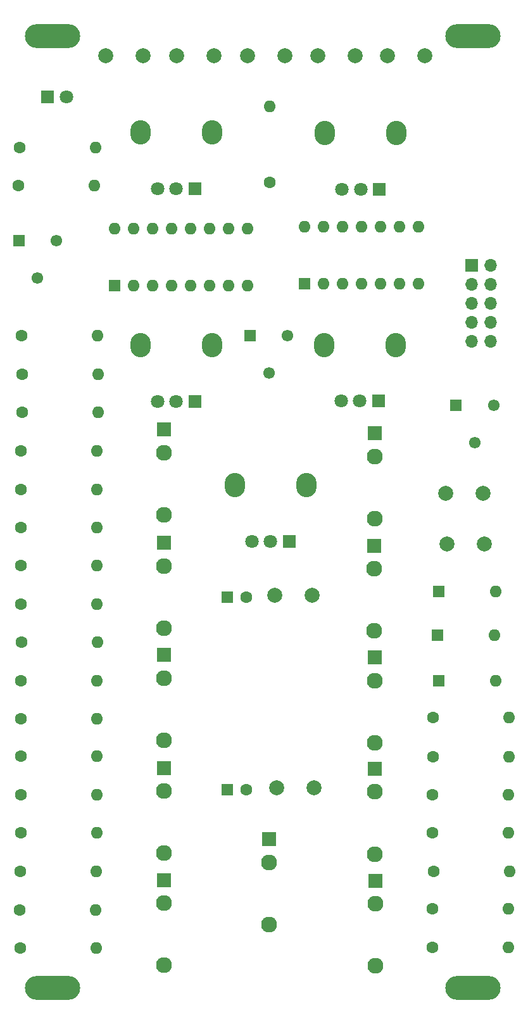
<source format=gbr>
%TF.GenerationSoftware,KiCad,Pcbnew,5.1.7*%
%TF.CreationDate,2020-11-08T18:51:04+01:00*%
%TF.ProjectId,AS3340-VCO,41533333-3430-42d5-9643-4f2e6b696361,rev?*%
%TF.SameCoordinates,Original*%
%TF.FileFunction,Soldermask,Bot*%
%TF.FilePolarity,Negative*%
%FSLAX46Y46*%
G04 Gerber Fmt 4.6, Leading zero omitted, Abs format (unit mm)*
G04 Created by KiCad (PCBNEW 5.1.7) date 2020-11-08 18:51:04*
%MOMM*%
%LPD*%
G01*
G04 APERTURE LIST*
%ADD10O,7.400000X3.200000*%
%ADD11C,1.600000*%
%ADD12R,1.600000X1.600000*%
%ADD13O,1.600000X1.600000*%
%ADD14C,2.000000*%
%ADD15O,2.720000X3.240000*%
%ADD16C,1.800000*%
%ADD17R,1.800000X1.800000*%
%ADD18C,1.550000*%
%ADD19R,1.550000X1.550000*%
%ADD20O,1.700000X1.700000*%
%ADD21R,1.700000X1.700000*%
%ADD22C,2.130000*%
%ADD23R,1.930000X1.830000*%
G04 APERTURE END LIST*
D10*
%TO.C,TOP_LEFT_MOUNT*%
X115980000Y-27030000D03*
%TD*%
%TO.C,TOP_RIGHT_MOUNT*%
X172140000Y-27030000D03*
%TD*%
%TO.C,BOTTOM_RIGHT_MOUNT*%
X172140000Y-154250000D03*
%TD*%
%TO.C,BOTTOM_LEFT_MOUNT*%
X115940000Y-154250000D03*
%TD*%
D11*
%TO.C,C10*%
X141850000Y-127790000D03*
D12*
X139350000Y-127790000D03*
%TD*%
D11*
%TO.C,C8*%
X141850000Y-102030000D03*
D12*
X139350000Y-102030000D03*
%TD*%
D13*
%TO.C,U2*%
X124240000Y-52730000D03*
X142020000Y-60350000D03*
X126780000Y-52730000D03*
X139480000Y-60350000D03*
X129320000Y-52730000D03*
X136940000Y-60350000D03*
X131860000Y-52730000D03*
X134400000Y-60350000D03*
X134400000Y-52730000D03*
X131860000Y-60350000D03*
X136940000Y-52730000D03*
X129320000Y-60350000D03*
X139480000Y-52730000D03*
X126780000Y-60350000D03*
X142020000Y-52730000D03*
D12*
X124240000Y-60350000D03*
%TD*%
D13*
%TO.C,U1*%
X149630000Y-52540000D03*
X164870000Y-60160000D03*
X152170000Y-52540000D03*
X162330000Y-60160000D03*
X154710000Y-52540000D03*
X159790000Y-60160000D03*
X157250000Y-52540000D03*
X157250000Y-60160000D03*
X159790000Y-52540000D03*
X154710000Y-60160000D03*
X162330000Y-52540000D03*
X152170000Y-60160000D03*
X164870000Y-52540000D03*
D12*
X149630000Y-60160000D03*
%TD*%
D14*
%TO.C,C11*%
X150910000Y-127510000D03*
X145910000Y-127510000D03*
%TD*%
%TO.C,C9*%
X150690000Y-101760000D03*
X145690000Y-101760000D03*
%TD*%
D15*
%TO.C,RV8*%
X161860000Y-68320000D03*
X152260000Y-68320000D03*
D16*
X154560000Y-75820000D03*
X157060000Y-75820000D03*
D17*
X159560000Y-75820000D03*
%TD*%
D18*
%TO.C,RV7*%
X144880000Y-72060000D03*
D19*
X142380000Y-67060000D03*
D18*
X147380000Y-67060000D03*
%TD*%
%TO.C,RV6*%
X113950000Y-59360000D03*
D19*
X111450000Y-54360000D03*
D18*
X116450000Y-54360000D03*
%TD*%
D15*
%TO.C,RV5*%
X137290000Y-39900000D03*
X127690000Y-39900000D03*
D16*
X129990000Y-47400000D03*
X132490000Y-47400000D03*
D17*
X134990000Y-47400000D03*
%TD*%
D18*
%TO.C,RV4*%
X172430000Y-81350000D03*
D19*
X169930000Y-76350000D03*
D18*
X174930000Y-76350000D03*
%TD*%
D15*
%TO.C,RV3*%
X149910000Y-87070000D03*
X140310000Y-87070000D03*
D16*
X142610000Y-94570000D03*
X145110000Y-94570000D03*
D17*
X147610000Y-94570000D03*
%TD*%
D15*
%TO.C,RV2*%
X137290000Y-68360000D03*
X127690000Y-68360000D03*
D16*
X129990000Y-75860000D03*
X132490000Y-75860000D03*
D17*
X134990000Y-75860000D03*
%TD*%
D15*
%TO.C,RV1*%
X161960000Y-40010000D03*
X152360000Y-40010000D03*
D16*
X154660000Y-47510000D03*
X157160000Y-47510000D03*
D17*
X159660000Y-47510000D03*
%TD*%
D11*
%TO.C,R27*%
X144980000Y-46610000D03*
D13*
X144980000Y-36450000D03*
%TD*%
D11*
%TO.C,R26*%
X166790000Y-148850000D03*
D13*
X176950000Y-148850000D03*
%TD*%
D11*
%TO.C,R25*%
X166790000Y-143680000D03*
D13*
X176950000Y-143680000D03*
%TD*%
D11*
%TO.C,R24*%
X166890000Y-138700000D03*
D13*
X177050000Y-138700000D03*
%TD*%
D11*
%TO.C,R23*%
X166740000Y-133510000D03*
D13*
X176900000Y-133510000D03*
%TD*%
D11*
%TO.C,R22*%
X166740000Y-128430000D03*
D13*
X176900000Y-128430000D03*
%TD*%
D11*
%TO.C,R21*%
X166880000Y-123340000D03*
D13*
X177040000Y-123340000D03*
%TD*%
D11*
%TO.C,R20*%
X166880000Y-118120000D03*
D13*
X177040000Y-118120000D03*
%TD*%
D11*
%TO.C,R19*%
X111630000Y-148930000D03*
D13*
X121790000Y-148930000D03*
%TD*%
D11*
%TO.C,R18*%
X111570000Y-143840000D03*
D13*
X121730000Y-143840000D03*
%TD*%
D11*
%TO.C,R17*%
X111640000Y-138710000D03*
D13*
X121800000Y-138710000D03*
%TD*%
D11*
%TO.C,R16*%
X111720000Y-133580000D03*
D13*
X121880000Y-133580000D03*
%TD*%
D11*
%TO.C,R15*%
X111720000Y-128470000D03*
D13*
X121880000Y-128470000D03*
%TD*%
D11*
%TO.C,R14*%
X111720000Y-123330000D03*
D13*
X121880000Y-123330000D03*
%TD*%
D11*
%TO.C,R13*%
X111720000Y-118280000D03*
D13*
X121880000Y-118280000D03*
%TD*%
D11*
%TO.C,R12*%
X111720000Y-113220000D03*
D13*
X121880000Y-113220000D03*
%TD*%
D11*
%TO.C,R11*%
X111790000Y-108080000D03*
D13*
X121950000Y-108080000D03*
%TD*%
D11*
%TO.C,R10*%
X111720000Y-102950000D03*
D13*
X121880000Y-102950000D03*
%TD*%
D11*
%TO.C,R9*%
X111720000Y-97840000D03*
D13*
X121880000Y-97840000D03*
%TD*%
D11*
%TO.C,R8*%
X111720000Y-92710000D03*
D13*
X121880000Y-92710000D03*
%TD*%
D11*
%TO.C,R7*%
X111720000Y-87650000D03*
D13*
X121880000Y-87650000D03*
%TD*%
D11*
%TO.C,R6*%
X111720000Y-82520000D03*
D13*
X121880000Y-82520000D03*
%TD*%
D11*
%TO.C,R5*%
X111850000Y-77350000D03*
D13*
X122010000Y-77350000D03*
%TD*%
D11*
%TO.C,R4*%
X111850000Y-72220000D03*
D13*
X122010000Y-72220000D03*
%TD*%
D11*
%TO.C,R3*%
X111770000Y-67080000D03*
D13*
X121930000Y-67080000D03*
%TD*%
D11*
%TO.C,R2*%
X111410000Y-46980000D03*
D13*
X121570000Y-46980000D03*
%TD*%
D11*
%TO.C,R1*%
X111550000Y-41970000D03*
D13*
X121710000Y-41970000D03*
%TD*%
D20*
%TO.C,J12*%
X174520000Y-67870000D03*
X171980000Y-67870000D03*
X174520000Y-65330000D03*
X171980000Y-65330000D03*
X174520000Y-62790000D03*
X171980000Y-62790000D03*
X174520000Y-60250000D03*
X171980000Y-60250000D03*
X174520000Y-57710000D03*
D21*
X171980000Y-57710000D03*
%TD*%
D22*
%TO.C,J11*%
X159050000Y-121500000D03*
D23*
X159050000Y-110100000D03*
D22*
X159050000Y-113200000D03*
%TD*%
%TO.C,J10*%
X159030000Y-136380000D03*
D23*
X159030000Y-124980000D03*
D22*
X159030000Y-128080000D03*
%TD*%
%TO.C,J9*%
X159150000Y-151360000D03*
D23*
X159150000Y-139960000D03*
D22*
X159150000Y-143060000D03*
%TD*%
%TO.C,J8*%
X158970000Y-106570000D03*
D23*
X158970000Y-95170000D03*
D22*
X158970000Y-98270000D03*
%TD*%
%TO.C,J7*%
X130870000Y-136270000D03*
D23*
X130870000Y-124870000D03*
D22*
X130870000Y-127970000D03*
%TD*%
%TO.C,J6*%
X144950000Y-145790000D03*
D23*
X144950000Y-134390000D03*
D22*
X144950000Y-137490000D03*
%TD*%
%TO.C,J5*%
X130850000Y-151270000D03*
D23*
X130850000Y-139870000D03*
D22*
X130850000Y-142970000D03*
%TD*%
%TO.C,J4*%
X130870000Y-121160000D03*
D23*
X130870000Y-109760000D03*
D22*
X130870000Y-112860000D03*
%TD*%
%TO.C,J3*%
X130870000Y-106160000D03*
D23*
X130870000Y-94760000D03*
D22*
X130870000Y-97860000D03*
%TD*%
%TO.C,J2*%
X159040000Y-91530000D03*
D23*
X159040000Y-80130000D03*
D22*
X159040000Y-83230000D03*
%TD*%
%TO.C,J1*%
X130870000Y-91050000D03*
D23*
X130870000Y-79650000D03*
D22*
X130870000Y-82750000D03*
%TD*%
D16*
%TO.C,D4*%
X117810000Y-35180000D03*
D17*
X115270000Y-35180000D03*
%TD*%
D13*
%TO.C,D3*%
X175250000Y-113210000D03*
D12*
X167630000Y-113210000D03*
%TD*%
D13*
%TO.C,D2*%
X175050000Y-107100000D03*
D12*
X167430000Y-107100000D03*
%TD*%
D13*
%TO.C,D1*%
X175190000Y-101260000D03*
D12*
X167570000Y-101260000D03*
%TD*%
D14*
%TO.C,C7*%
X173700000Y-94950000D03*
X168700000Y-94950000D03*
%TD*%
%TO.C,C6*%
X173550000Y-88140000D03*
X168550000Y-88140000D03*
%TD*%
%TO.C,C5*%
X165730000Y-29640000D03*
X160730000Y-29640000D03*
%TD*%
%TO.C,C4*%
X156460000Y-29640000D03*
X151460000Y-29640000D03*
%TD*%
%TO.C,C3*%
X147000000Y-29640000D03*
X142000000Y-29640000D03*
%TD*%
%TO.C,C2*%
X137540000Y-29640000D03*
X132540000Y-29640000D03*
%TD*%
%TO.C,C1*%
X128080000Y-29640000D03*
X123080000Y-29640000D03*
%TD*%
M02*

</source>
